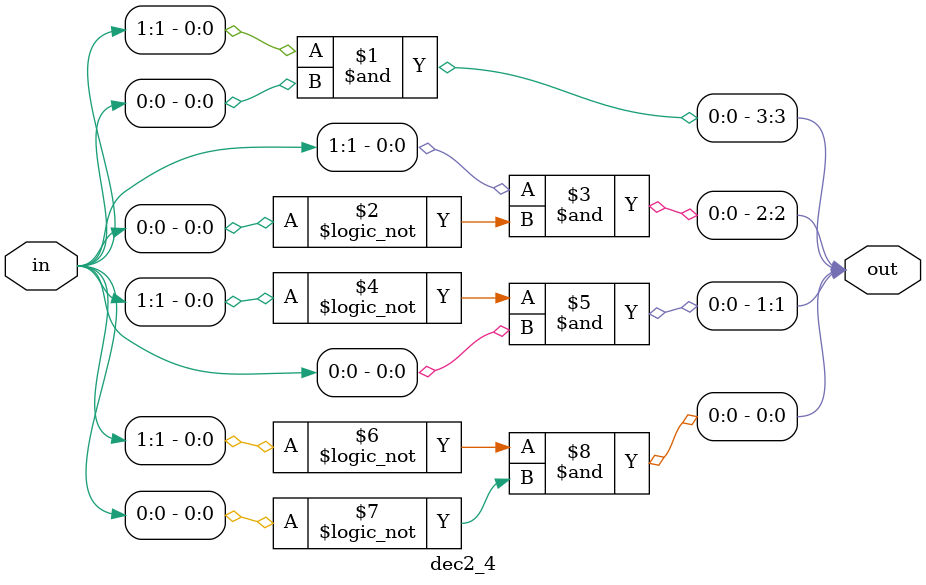
<source format=v>
module dec2_4(output [3:0] out,
    input [1:0] in);
    and (out[3],in[1],in[0]);
    and (out[2],in[1],!in[0]);
    and (out[1],!in[1],in[0]);
    and (out[0],!in[1],!in[0]);

endmodule 

</source>
